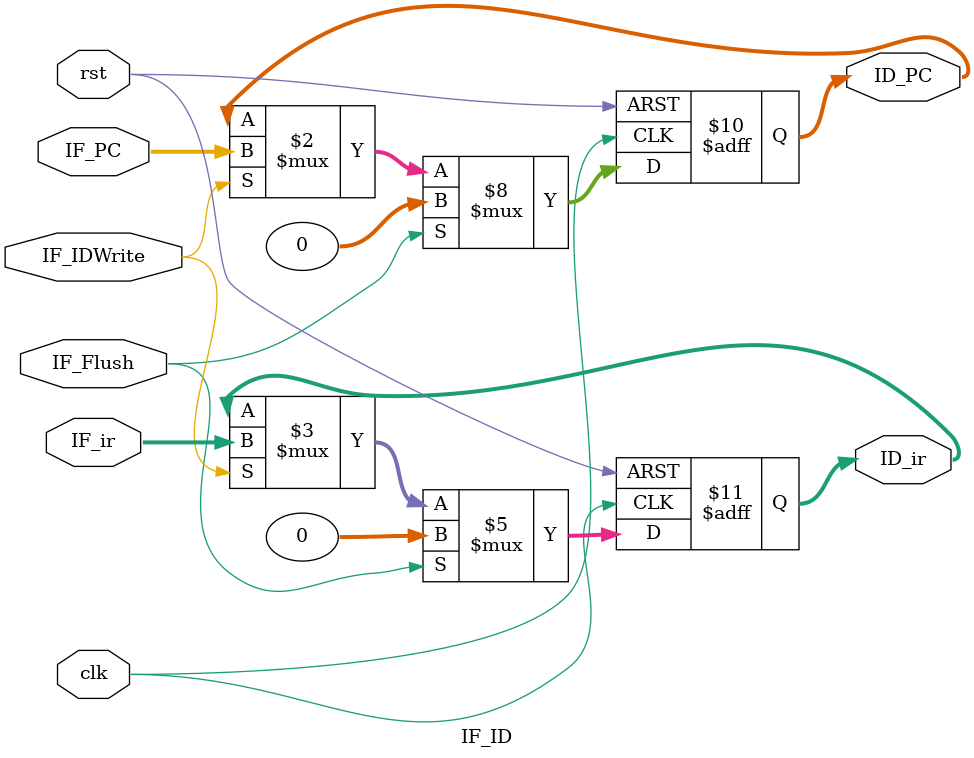
<source format=sv>

module IF_ID ( clk,
                rst,
			    // input
			    IF_IDWrite,
			    IF_Flush,
			    IF_PC,
			    IF_ir,
			    // output
			    ID_PC,
			    ID_ir);
	
	parameter   pc_size = 32;
	parameter   data_size = 32;
	
	input   clk, rst;
	input   IF_IDWrite, IF_Flush;
	input   [pc_size-1:0]   IF_PC;
	input   [data_size-1:0] IF_ir;
	
	output  logic [pc_size-1:0]   ID_PC;
	output  logic [data_size-1:0] ID_ir;
	
	always_ff @(posedge clk, posedge rst) 
    begin
		if(rst)begin
			ID_PC <= 0;
			ID_ir <= 0;
		end
		else if(IF_Flush)begin
			ID_PC <= 0;
			ID_ir <= 0;
		end
		else begin
			ID_PC <= IF_IDWrite ? IF_PC : ID_PC;
			ID_ir <= IF_IDWrite ? IF_ir : ID_ir;
		end
		/*ID_PC <=(rst||IF_Flush) ? 0 : 
				IF_IDWrite ? IF_PC : ID_PC;
		ID_ir <=(rst||IF_Flush) ? 0 : 
			    IF_IDWrite ? IF_ir : ID_ir;*/
	end

endmodule
</source>
